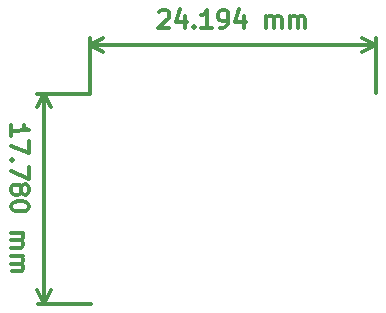
<source format=gbr>
G04 #@! TF.GenerationSoftware,KiCad,Pcbnew,(5.0.1-3-g963ef8bb5)*
G04 #@! TF.CreationDate,2018-11-23T17:17:20+10:30*
G04 #@! TF.ProjectId,rgb-led-board,7267622D6C65642D626F6172642E6B69,1.0*
G04 #@! TF.SameCoordinates,Original*
G04 #@! TF.FileFunction,Drawing*
%FSLAX46Y46*%
G04 Gerber Fmt 4.6, Leading zero omitted, Abs format (unit mm)*
G04 Created by KiCad (PCBNEW (5.0.1-3-g963ef8bb5)) date Friday, 23 November 2018 at 05:17:20 pm*
%MOMM*%
%LPD*%
G01*
G04 APERTURE LIST*
%ADD10C,0.300000*%
G04 APERTURE END LIST*
D10*
X115882956Y-61341764D02*
X115879895Y-60484627D01*
X115881425Y-60913196D02*
X117381416Y-60907838D01*
X117166621Y-60765748D01*
X117023255Y-60623401D01*
X116951316Y-60480800D01*
X117384732Y-61836404D02*
X117388303Y-62836398D01*
X115886017Y-62198902D01*
X116033210Y-63412669D02*
X115962037Y-63484353D01*
X115890354Y-63413180D01*
X115961527Y-63341496D01*
X116033210Y-63412669D01*
X115890354Y-63413180D01*
X117392385Y-63979247D02*
X117395956Y-64979241D01*
X115893670Y-64341745D01*
X116755909Y-65767246D02*
X116826827Y-65624135D01*
X116898000Y-65552452D01*
X117040602Y-65480513D01*
X117112030Y-65480258D01*
X117255141Y-65551176D01*
X117326824Y-65622349D01*
X117398763Y-65764950D01*
X117399783Y-66050663D01*
X117328865Y-66193774D01*
X117257692Y-66265457D01*
X117115091Y-66337396D01*
X117043663Y-66337651D01*
X116900551Y-66266733D01*
X116828868Y-66195560D01*
X116756930Y-66052959D01*
X116755909Y-65767246D01*
X116683971Y-65624645D01*
X116612288Y-65553472D01*
X116469177Y-65482554D01*
X116183464Y-65483575D01*
X116040863Y-65555513D01*
X115969690Y-65627196D01*
X115898772Y-65770307D01*
X115899792Y-66056020D01*
X115971731Y-66198621D01*
X116043414Y-66269794D01*
X116186525Y-66340712D01*
X116472238Y-66339692D01*
X116614839Y-66267753D01*
X116686012Y-66196070D01*
X116756930Y-66052959D01*
X117404120Y-67264941D02*
X117404630Y-67407797D01*
X117333712Y-67550908D01*
X117262539Y-67622592D01*
X117119938Y-67694530D01*
X116834480Y-67766978D01*
X116477340Y-67768254D01*
X116191372Y-67697846D01*
X116048261Y-67626928D01*
X115976578Y-67555755D01*
X115904639Y-67413154D01*
X115904129Y-67270298D01*
X115975047Y-67127187D01*
X116046220Y-67055503D01*
X116188821Y-66983565D01*
X116474279Y-66911116D01*
X116831419Y-66909841D01*
X117117387Y-66980249D01*
X117260498Y-67051167D01*
X117332181Y-67122340D01*
X117404120Y-67264941D01*
X115912292Y-69555998D02*
X116912286Y-69552426D01*
X116769430Y-69552936D02*
X116841113Y-69624109D01*
X116913051Y-69766711D01*
X116913817Y-69980995D01*
X116842899Y-70124106D01*
X116700298Y-70196045D01*
X115914588Y-70198851D01*
X116700298Y-70196045D02*
X116843409Y-70266962D01*
X116915347Y-70409564D01*
X116916113Y-70623848D01*
X116845195Y-70766959D01*
X116702593Y-70838898D01*
X115916884Y-70841704D01*
X115919435Y-71555985D02*
X116919429Y-71552413D01*
X116776573Y-71552924D02*
X116848256Y-71624097D01*
X116920194Y-71766698D01*
X116920959Y-71980982D01*
X116850042Y-72124093D01*
X116707440Y-72196032D01*
X115921731Y-72198838D01*
X116707440Y-72196032D02*
X116850552Y-72266950D01*
X116922490Y-72409551D01*
X116923255Y-72623835D01*
X116852337Y-72766946D01*
X116709736Y-72838885D01*
X115924027Y-72841691D01*
X118648893Y-57798950D02*
X118712393Y-75578950D01*
X122555000Y-57785000D02*
X118062476Y-57801045D01*
X122618500Y-75565000D02*
X118125976Y-75581045D01*
X118712393Y-75578950D02*
X118121953Y-74454548D01*
X118712393Y-75578950D02*
X119294787Y-74450359D01*
X118648893Y-57798950D02*
X118066499Y-58927541D01*
X118648893Y-57798950D02*
X119239333Y-58923352D01*
X128437464Y-50878928D02*
X128508892Y-50807500D01*
X128651750Y-50736071D01*
X129008892Y-50736071D01*
X129151750Y-50807500D01*
X129223178Y-50878928D01*
X129294607Y-51021785D01*
X129294607Y-51164642D01*
X129223178Y-51378928D01*
X128366035Y-52236071D01*
X129294607Y-52236071D01*
X130580321Y-51236071D02*
X130580321Y-52236071D01*
X130223178Y-50664642D02*
X129866035Y-51736071D01*
X130794607Y-51736071D01*
X131366035Y-52093214D02*
X131437464Y-52164642D01*
X131366035Y-52236071D01*
X131294607Y-52164642D01*
X131366035Y-52093214D01*
X131366035Y-52236071D01*
X132866035Y-52236071D02*
X132008892Y-52236071D01*
X132437464Y-52236071D02*
X132437464Y-50736071D01*
X132294607Y-50950357D01*
X132151750Y-51093214D01*
X132008892Y-51164642D01*
X133580321Y-52236071D02*
X133866035Y-52236071D01*
X134008892Y-52164642D01*
X134080321Y-52093214D01*
X134223178Y-51878928D01*
X134294607Y-51593214D01*
X134294607Y-51021785D01*
X134223178Y-50878928D01*
X134151750Y-50807500D01*
X134008892Y-50736071D01*
X133723178Y-50736071D01*
X133580321Y-50807500D01*
X133508892Y-50878928D01*
X133437464Y-51021785D01*
X133437464Y-51378928D01*
X133508892Y-51521785D01*
X133580321Y-51593214D01*
X133723178Y-51664642D01*
X134008892Y-51664642D01*
X134151750Y-51593214D01*
X134223178Y-51521785D01*
X134294607Y-51378928D01*
X135580321Y-51236071D02*
X135580321Y-52236071D01*
X135223178Y-50664642D02*
X134866035Y-51736071D01*
X135794607Y-51736071D01*
X137508892Y-52236071D02*
X137508892Y-51236071D01*
X137508892Y-51378928D02*
X137580321Y-51307500D01*
X137723178Y-51236071D01*
X137937464Y-51236071D01*
X138080321Y-51307500D01*
X138151750Y-51450357D01*
X138151750Y-52236071D01*
X138151750Y-51450357D02*
X138223178Y-51307500D01*
X138366035Y-51236071D01*
X138580321Y-51236071D01*
X138723178Y-51307500D01*
X138794607Y-51450357D01*
X138794607Y-52236071D01*
X139508892Y-52236071D02*
X139508892Y-51236071D01*
X139508892Y-51378928D02*
X139580321Y-51307500D01*
X139723178Y-51236071D01*
X139937464Y-51236071D01*
X140080321Y-51307500D01*
X140151750Y-51450357D01*
X140151750Y-52236071D01*
X140151750Y-51450357D02*
X140223178Y-51307500D01*
X140366035Y-51236071D01*
X140580321Y-51236071D01*
X140723178Y-51307500D01*
X140794607Y-51450357D01*
X140794607Y-52236071D01*
X122555000Y-53657500D02*
X146748500Y-53657500D01*
X122555000Y-57721500D02*
X122555000Y-53071079D01*
X146748500Y-57721500D02*
X146748500Y-53071079D01*
X146748500Y-53657500D02*
X145621996Y-54243921D01*
X146748500Y-53657500D02*
X145621996Y-53071079D01*
X122555000Y-53657500D02*
X123681504Y-54243921D01*
X122555000Y-53657500D02*
X123681504Y-53071079D01*
M02*

</source>
